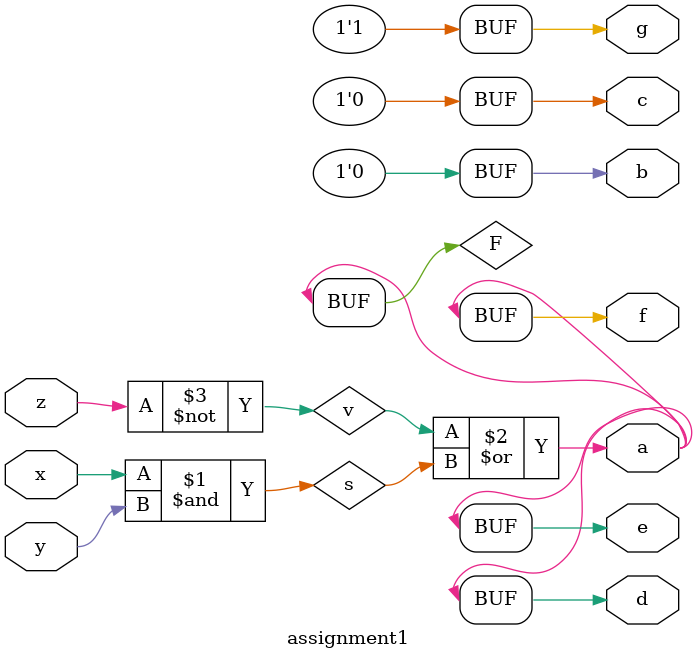
<source format=v>
module assignment1(a,b,c,d,e,f,g,x,y,z);
  output a,b,c,d,e,f,g;
  input x,y,z;
  wire s,v;
  reg F;
 
     //F = (!z)|(x&y);
     and(s,x,y);
     not(v,z);
     or(F,v,s);
  
     
   assign a = F;
   assign b = 0;
   assign c = 0;
   assign d = F;
   assign e = F;
   assign f = F;
   assign g = 1;
 
endmodule

</source>
